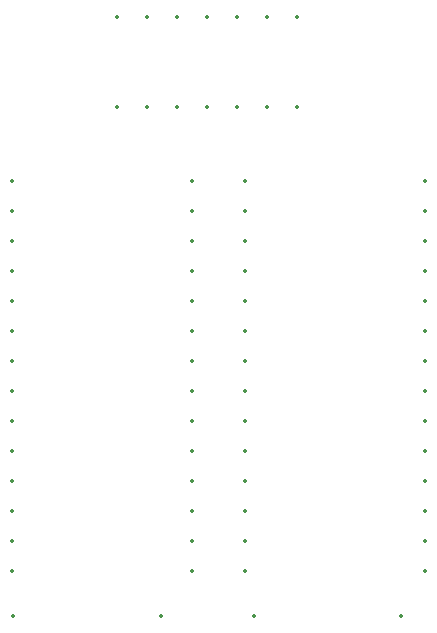
<source format=gbo>
%TF.GenerationSoftware,KiCad,Pcbnew,8.0.6+1*%
%TF.CreationDate,2024-12-27T19:20:12+01:00*%
%TF.ProjectId,QL_ROM_Cartridge_original,514c5f52-4f4d-45f4-9361-727472696467,0*%
%TF.SameCoordinates,Original*%
%TF.FileFunction,Legend,Bot*%
%TF.FilePolarity,Positive*%
%FSLAX46Y46*%
G04 Gerber Fmt 4.6, Leading zero omitted, Abs format (unit mm)*
G04 Created by KiCad (PCBNEW 8.0.6+1) date 2024-12-27 19:20:12*
%MOMM*%
%LPD*%
G01*
G04 APERTURE LIST*
%ADD10C,0.350000*%
G04 APERTURE END LIST*
D10*
X11430000Y73533000D03*
X13970000Y73533000D03*
X16510000Y73533000D03*
X19050000Y73533000D03*
X21590000Y73533000D03*
X24130000Y73533000D03*
X26670000Y73533000D03*
X26670000Y81153000D03*
X24130000Y81153000D03*
X21590000Y81153000D03*
X19050000Y81153000D03*
X16510000Y81153000D03*
X13970000Y81153000D03*
X11430000Y81153000D03*
X37465000Y34290000D03*
X37465000Y36830000D03*
X37465000Y39370000D03*
X37465000Y41910000D03*
X37465000Y44450000D03*
X37465000Y46990000D03*
X37465000Y49530000D03*
X37465000Y52070000D03*
X37465000Y54610000D03*
X37465000Y57150000D03*
X37465000Y59690000D03*
X37465000Y62230000D03*
X37465000Y64770000D03*
X37465000Y67310000D03*
X22225000Y67310000D03*
X22225000Y64770000D03*
X22225000Y62230000D03*
X22225000Y59690000D03*
X22225000Y57150000D03*
X22225000Y54610000D03*
X22225000Y52070000D03*
X22225000Y49530000D03*
X22225000Y46990000D03*
X22225000Y44450000D03*
X22225000Y41910000D03*
X22225000Y39370000D03*
X22225000Y36830000D03*
X22225000Y34290000D03*
X17785000Y34300000D03*
X17785000Y36840000D03*
X17785000Y39380000D03*
X17785000Y41920000D03*
X17785000Y44460000D03*
X17785000Y47000000D03*
X17785000Y49540000D03*
X17785000Y52080000D03*
X17785000Y54620000D03*
X17785000Y57160000D03*
X17785000Y59700000D03*
X17785000Y62240000D03*
X17785000Y64780000D03*
X17785000Y67320000D03*
X2545000Y67320000D03*
X2545000Y64780000D03*
X2545000Y62240000D03*
X2545000Y59700000D03*
X2545000Y57160000D03*
X2545000Y54620000D03*
X2545000Y52080000D03*
X2545000Y49540000D03*
X2545000Y47000000D03*
X2545000Y44460000D03*
X2545000Y41920000D03*
X2545000Y39380000D03*
X2545000Y36840000D03*
X2545000Y34300000D03*
X2620000Y30480000D03*
X15120000Y30480000D03*
X35460000Y30480000D03*
X22960000Y30480000D03*
M02*

</source>
